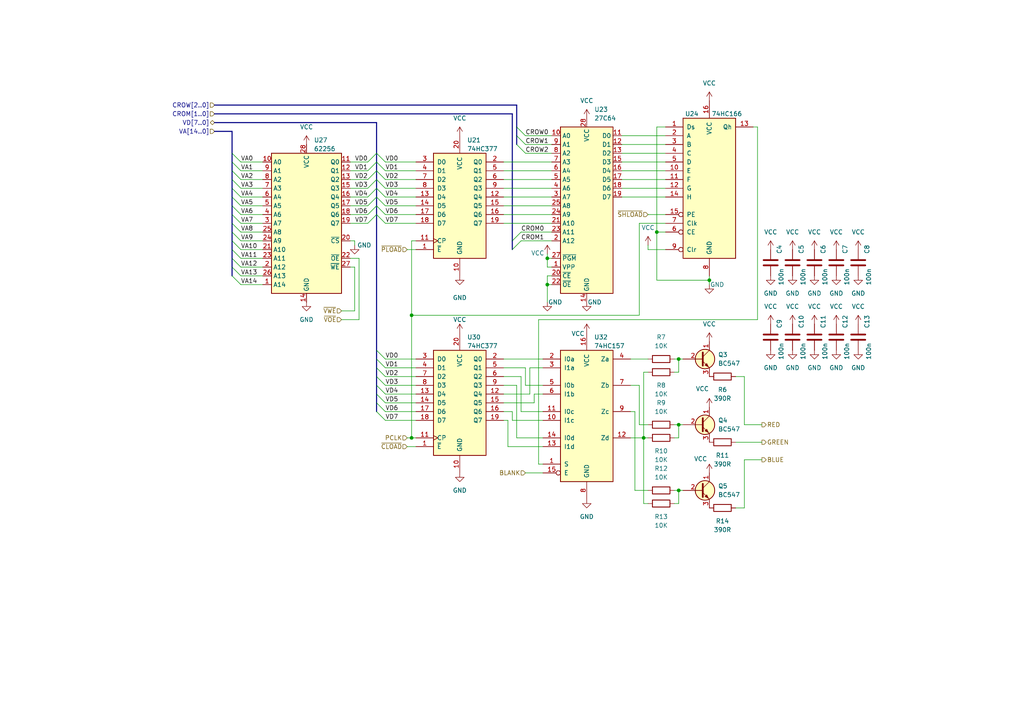
<source format=kicad_sch>
(kicad_sch (version 20250114) (generator "eeschema") (generator_version "9.0")
  (paper "A4")
  (title_block (title "VGA datapath") (date "2025-06-18") (rev "B") (company "A.K."))
  (lib_symbols
    (symbol "74xx:74LS157" (pin_names (offset 1.016))
      (property "Reference" "U" (at -7.62 19.05 0))
      (property "Value" "74LS157" (at -7.62 -21.59 0))
      (symbol "74LS157_1_0"
        (pin input line (at -12.7 15.24 0) (length 5.08) (name "I0a") (number "2"))
        (pin input line (at -12.7 12.7 0) (length 5.08) (name "I1a") (number "3"))
        (pin input line (at -12.7 7.62 0) (length 5.08) (name "I0b") (number "5"))
        (pin input line (at -12.7 5.08 0) (length 5.08) (name "I1b") (number "6"))
        (pin input line (at -12.7 0 0) (length 5.08) (name "I0c") (number "11"))
        (pin input line (at -12.7 -2.54 0) (length 5.08) (name "I1c") (number "10"))
        (pin input line (at -12.7 -7.62 0) (length 5.08) (name "I0d") (number "14"))
        (pin input line (at -12.7 -10.16 0) (length 5.08) (name "I1d") (number "13"))
        (pin input line (at -12.7 -15.24 0) (length 5.08) (name "S") (number "1"))
        (pin input inverted (at -12.7 -17.78 0) (length 5.08) (name "E") (number "15"))
        (pin power_in line (at 0 22.86 270) (length 5.08) (name "VCC") (number "16"))
        (pin power_in line (at 0 -25.4 90) (length 5.08) (name "GND") (number "8"))
        (pin output line (at 12.7 15.24 180) (length 5.08) (name "Za") (number "4"))
        (pin output line (at 12.7 7.62 180) (length 5.08) (name "Zb") (number "7"))
        (pin output line (at 12.7 0 180) (length 5.08) (name "Zc") (number "9"))
        (pin output line (at 12.7 -7.62 180) (length 5.08) (name "Zd") (number "12"))
      )
      (symbol "74LS157_1_1"
        (rectangle (start -7.62 17.78) (end 7.62 -20.32) (stroke (width 0.254)) (fill (type background)))
      )
    )
    (symbol "74xx:74LS166" (pin_names (offset 1.016))
      (property "Reference" "U" (at -7.62 21.59 0))
      (property "Value" "74LS166" (at -7.62 -21.59 0))
      (symbol "74LS166_1_0"
        (pin input line (at -12.7 17.78 0) (length 5.08) (name "Ds") (number "1"))
        (pin input line (at -12.7 15.24 0) (length 5.08) (name "A") (number "2"))
        (pin input line (at -12.7 12.7 0) (length 5.08) (name "B") (number "3"))
        (pin input line (at -12.7 10.16 0) (length 5.08) (name "C") (number "4"))
        (pin input line (at -12.7 7.62 0) (length 5.08) (name "D") (number "5"))
        (pin input line (at -12.7 5.08 0) (length 5.08) (name "E") (number "10"))
        (pin input line (at -12.7 2.54 0) (length 5.08) (name "F") (number "11"))
        (pin input line (at -12.7 0 0) (length 5.08) (name "G") (number "12"))
        (pin input line (at -12.7 -2.54 0) (length 5.08) (name "H") (number "14"))
        (pin input inverted (at -12.7 -7.62 0) (length 5.08) (name "PE") (number "15"))
        (pin input line (at -12.7 -10.16 0) (length 5.08) (name "Clk") (number "7"))
        (pin input inverted (at -12.7 -12.7 0) (length 5.08) (name "CE") (number "6"))
        (pin input inverted (at -12.7 -17.78 0) (length 5.08) (name "Clr") (number "9"))
        (pin power_in line (at 0 25.4 270) (length 5.08) (name "VCC") (number "16"))
        (pin power_in line (at 0 -25.4 90) (length 5.08) (name "GND") (number "8"))
        (pin output line (at 12.7 17.78 180) (length 5.08) (name "Qh") (number "13"))
      )
      (symbol "74LS166_1_1"
        (rectangle (start -7.62 20.32) (end 7.62 -20.32) (stroke (width 0.254)) (fill (type background)))
      )
    )
    (symbol "74xx:74LS377" (pin_names (offset 1.016))
      (property "Reference" "U" (at -7.62 16.51 0))
      (property "Value" "74LS377" (at -7.62 -16.51 0))
      (symbol "74LS377_1_0"
        (pin input line (at -12.7 12.7 0) (length 5.08) (name "D0") (number "3"))
        (pin input line (at -12.7 10.16 0) (length 5.08) (name "D1") (number "4"))
        (pin input line (at -12.7 7.62 0) (length 5.08) (name "D2") (number "7"))
        (pin input line (at -12.7 5.08 0) (length 5.08) (name "D3") (number "8"))
        (pin input line (at -12.7 2.54 0) (length 5.08) (name "D4") (number "13"))
        (pin input line (at -12.7 0 0) (length 5.08) (name "D5") (number "14"))
        (pin input line (at -12.7 -2.54 0) (length 5.08) (name "D6") (number "17"))
        (pin input line (at -12.7 -5.08 0) (length 5.08) (name "D7") (number "18"))
        (pin input clock (at -12.7 -10.16 0) (length 5.08) (name "CP") (number "11"))
        (pin input line (at -12.7 -12.7 0) (length 5.08) (name "~{E}") (number "1"))
        (pin power_in line (at 0 20.32 270) (length 5.08) (name "VCC") (number "20"))
        (pin power_in line (at 0 -20.32 90) (length 5.08) (name "GND") (number "10"))
        (pin output line (at 12.7 12.7 180) (length 5.08) (name "Q0") (number "2"))
        (pin output line (at 12.7 10.16 180) (length 5.08) (name "Q1") (number "5"))
        (pin output line (at 12.7 7.62 180) (length 5.08) (name "Q2") (number "6"))
        (pin output line (at 12.7 5.08 180) (length 5.08) (name "Q3") (number "9"))
        (pin output line (at 12.7 2.54 180) (length 5.08) (name "Q4") (number "12"))
        (pin output line (at 12.7 0 180) (length 5.08) (name "Q5") (number "15"))
        (pin output line (at 12.7 -2.54 180) (length 5.08) (name "Q6") (number "16"))
        (pin output line (at 12.7 -5.08 180) (length 5.08) (name "Q7") (number "19"))
      )
      (symbol "74LS377_1_1"
        (rectangle (start -7.62 15.24) (end 7.62 -15.24) (stroke (width 0.254)) (fill (type background)))
      )
    )
    (symbol "Device:C" (pin_numbers (hide yes)) (pin_names (offset 0.254))
      (property "Reference" "C" (at 0.635 2.54 0))
      (property "Value" "C" (at 0.635 -2.54 0))
      (symbol "C_0_1"
        (polyline (pts (xy -2.032 0.762) (xy 2.032 0.762)) (stroke (width 0.508)))
        (polyline (pts (xy -2.032 -0.762) (xy 2.032 -0.762)) (stroke (width 0.508)))
      )
      (symbol "C_1_1"
        (pin passive line (at 0 3.81 270) (length 2.794) (name "~") (number "1"))
        (pin passive line (at 0 -3.81 90) (length 2.794) (name "~") (number "2"))
      )
    )
    (symbol "Device:R" (pin_numbers (hide yes)) (pin_names (offset 0))
      (property "Reference" "R" (at 2.032 0 90))
      (property "Value" "R" (at 0 0 90))
      (symbol "R_0_1"
        (rectangle (start -1.016 -2.54) (end 1.016 2.54) (stroke (width 0.254)))
      )
      (symbol "R_1_1"
        (pin passive line (at 0 3.81 270) (length 1.27) (name "~") (number "1"))
        (pin passive line (at 0 -3.81 90) (length 1.27) (name "~") (number "2"))
      )
    )
    (symbol "Memory_EPROM:2764"
      (property "Reference" "U" (at -7.62 24.13 0))
      (property "Value" "2764" (at 2.54 -26.67 0))
      (symbol "2764_1_1"
        (rectangle (start -7.62 22.86) (end 7.62 -25.4) (stroke (width 0.254)) (fill (type background)))
        (pin input line (at -10.16 20.32 0) (length 2.54) (name "A0") (number "10"))
        (pin input line (at -10.16 17.78 0) (length 2.54) (name "A1") (number "9"))
        (pin input line (at -10.16 15.24 0) (length 2.54) (name "A2") (number "8"))
        (pin input line (at -10.16 12.7 0) (length 2.54) (name "A3") (number "7"))
        (pin input line (at -10.16 10.16 0) (length 2.54) (name "A4") (number "6"))
        (pin input line (at -10.16 7.62 0) (length 2.54) (name "A5") (number "5"))
        (pin input line (at -10.16 5.08 0) (length 2.54) (name "A6") (number "4"))
        (pin input line (at -10.16 2.54 0) (length 2.54) (name "A7") (number "3"))
        (pin input line (at -10.16 0 0) (length 2.54) (name "A8") (number "25"))
        (pin input line (at -10.16 -2.54 0) (length 2.54) (name "A9") (number "24"))
        (pin input line (at -10.16 -5.08 0) (length 2.54) (name "A10") (number "21"))
        (pin input line (at -10.16 -7.62 0) (length 2.54) (name "A11") (number "23"))
        (pin input line (at -10.16 -10.16 0) (length 2.54) (name "A12") (number "2"))
        (pin input line (at -10.16 -15.24 0) (length 2.54) (name "~{PGM}") (number "27"))
        (pin input line (at -10.16 -17.78 0) (length 2.54) (name "VPP") (number "1"))
        (pin input line (at -10.16 -20.32 0) (length 2.54) (name "~{CE}") (number "20"))
        (pin input line (at -10.16 -22.86 0) (length 2.54) (name "~{OE}") (number "22"))
        (pin power_in line (at 0 25.4 270) (length 2.54) (name "VCC") (number "28"))
        (pin power_in line (at 0 -27.94 90) (length 2.54) (name "GND") (number "14"))
        (pin no_connect line (at 7.62 0 180) (length 2.54) (hide yes) (name "NC") (number "26"))
        (pin tri_state line (at 10.16 20.32 180) (length 2.54) (name "D0") (number "11"))
        (pin tri_state line (at 10.16 17.78 180) (length 2.54) (name "D1") (number "12"))
        (pin tri_state line (at 10.16 15.24 180) (length 2.54) (name "D2") (number "13"))
        (pin tri_state line (at 10.16 12.7 180) (length 2.54) (name "D3") (number "15"))
        (pin tri_state line (at 10.16 10.16 180) (length 2.54) (name "D4") (number "16"))
        (pin tri_state line (at 10.16 7.62 180) (length 2.54) (name "D5") (number "17"))
        (pin tri_state line (at 10.16 5.08 180) (length 2.54) (name "D6") (number "18"))
        (pin tri_state line (at 10.16 2.54 180) (length 2.54) (name "D7") (number "19"))
      )
    )
    (symbol "Memory_RAM:HM62256BLP"
      (property "Reference" "U" (at -10.16 20.955 0))
      (property "Value" "HM62256BLP" (at 2.54 20.955 0))
      (symbol "HM62256BLP_0_0"
        (pin power_in line (at 0 22.86 270) (length 2.54) (name "VCC") (number "28"))
        (pin power_in line (at 0 -22.86 90) (length 2.54) (name "GND") (number "14"))
      )
      (symbol "HM62256BLP_0_1"
        (rectangle (start -10.16 20.32) (end 10.16 -20.32) (stroke (width 0.254)) (fill (type background)))
      )
      (symbol "HM62256BLP_1_1"
        (pin input line (at -12.7 17.78 0) (length 2.54) (name "A0") (number "10"))
        (pin input line (at -12.7 15.24 0) (length 2.54) (name "A1") (number "9"))
        (pin input line (at -12.7 12.7 0) (length 2.54) (name "A2") (number "8"))
        (pin input line (at -12.7 10.16 0) (length 2.54) (name "A3") (number "7"))
        (pin input line (at -12.7 7.62 0) (length 2.54) (name "A4") (number "6"))
        (pin input line (at -12.7 5.08 0) (length 2.54) (name "A5") (number "5"))
        (pin input line (at -12.7 2.54 0) (length 2.54) (name "A6") (number "4"))
        (pin input line (at -12.7 0 0) (length 2.54) (name "A7") (number "3"))
        (pin input line (at -12.7 -2.54 0) (length 2.54) (name "A8") (number "25"))
        (pin input line (at -12.7 -5.08 0) (length 2.54) (name "A9") (number "24"))
        (pin input line (at -12.7 -7.62 0) (length 2.54) (name "A10") (number "21"))
        (pin input line (at -12.7 -10.16 0) (length 2.54) (name "A11") (number "23"))
        (pin input line (at -12.7 -12.7 0) (length 2.54) (name "A12") (number "2"))
        (pin input line (at -12.7 -15.24 0) (length 2.54) (name "A13") (number "26"))
        (pin input line (at -12.7 -17.78 0) (length 2.54) (name "A14") (number "1"))
        (pin tri_state line (at 12.7 17.78 180) (length 2.54) (name "Q0") (number "11"))
        (pin tri_state line (at 12.7 15.24 180) (length 2.54) (name "Q1") (number "12"))
        (pin tri_state line (at 12.7 12.7 180) (length 2.54) (name "Q2") (number "13"))
        (pin tri_state line (at 12.7 10.16 180) (length 2.54) (name "Q3") (number "15"))
        (pin tri_state line (at 12.7 7.62 180) (length 2.54) (name "Q4") (number "16"))
        (pin tri_state line (at 12.7 5.08 180) (length 2.54) (name "Q5") (number "17"))
        (pin tri_state line (at 12.7 2.54 180) (length 2.54) (name "Q6") (number "18"))
        (pin tri_state line (at 12.7 0 180) (length 2.54) (name "Q7") (number "19"))
        (pin input line (at 12.7 -5.08 180) (length 2.54) (name "~{CS}") (number "20"))
        (pin input line (at 12.7 -10.16 180) (length 2.54) (name "~{OE}") (number "22"))
        (pin input line (at 12.7 -12.7 180) (length 2.54) (name "~{WE}") (number "27"))
      )
    )
    (symbol "PCM_Transistor_BJT_AKL:BC547" (pin_names (hide yes))
      (property "Reference" "Q" (at 5.08 1.27 0))
      (property "Value" "BC547" (at 5.08 -1.27 0))
      (symbol "BC547_0_1"
        (polyline (pts (xy 0.635 1.905) (xy 0.635 -1.905) (xy 0.635 -1.905)) (stroke (width 0.508)))
        (polyline (pts (xy 0.635 0.635) (xy 2.54 2.54)))
        (polyline (pts (xy 0.635 -0.635) (xy 2.54 -2.54) (xy 2.54 -2.54)))
        (circle (center 1.27 0) (radius 2.8194) (stroke (width 0.254)) (fill (type background)))
        (polyline (pts (xy 1.27 -1.778) (xy 1.778 -1.27) (xy 2.286 -2.286) (xy 1.27 -1.778) (xy 1.27 -1.778)) (fill (type outline)))
      )
      (symbol "BC547_1_1"
        (pin input line (at -5.08 0 0) (length 5.715) (name "B") (number "2"))
        (pin passive line (at 2.54 5.08 270) (length 2.54) (name "C") (number "1"))
        (pin passive line (at 2.54 -5.08 90) (length 2.54) (name "E") (number "3"))
      )
    )
    (symbol "power:GND" (power) (pin_names (offset 0))
      (property "Value" "GND" (at 0 -3.81 0))
      (symbol "GND_0_1"
        (polyline (pts (xy 0 0) (xy 0 -1.27) (xy 1.27 -1.27) (xy 0 -2.54) (xy -1.27 -1.27) (xy 0 -1.27)))
      )
      (symbol "GND_1_1"
        (pin power_in line (at 0 0 270) (length 0) (hide yes) (name "GND") (number "1"))
      )
    )
    (symbol "power:VCC" (power) (pin_names (offset 0))
      (property "Value" "VCC" (at 0 3.81 0))
      (symbol "VCC_0_1"
        (polyline (pts (xy -0.762 1.27) (xy 0 2.54)))
        (polyline (pts (xy 0 2.54) (xy 0.762 1.27)))
        (polyline (pts (xy 0 0) (xy 0 2.54)))
      )
      (symbol "VCC_1_1"
        (pin power_in line (at 0 0 90) (length 0) (hide yes) (name "VCC") (number "1"))
      )
    )
  )
  (junction (at 119.38 91.44))
  (junction (at 119.38 127))
  (junction (at 158.75 82.55))
  (junction (at 196.85 142.24))
  (junction (at 186.69 127))
  (junction (at 196.85 123.19))
  (junction (at 196.85 104.14))
  (junction (at 158.75 74.93))
  (junction (at 205.74 81.28))
  (junction (at 190.5 67.31))
  (bus_entry (at 67.31 44.45) (size 2.54 2.54))
  (bus_entry (at 109.22 44.45) (size -2.54 2.54))
  (bus_entry (at 109.22 57.15) (size 2.54 2.54))
  (bus_entry (at 67.31 72.39) (size 2.54 2.54))
  (bus_entry (at 109.22 62.23) (size 2.54 2.54))
  (bus_entry (at 67.31 46.99) (size 2.54 2.54))
  (bus_entry (at 109.22 44.45) (size 2.54 2.54))
  (bus_entry (at 109.22 114.3) (size 2.54 2.54))
  (bus_entry (at 109.22 119.38) (size 2.54 2.54))
  (bus_entry (at 109.22 52.07) (size 2.54 2.54))
  (bus_entry (at 148.59 72.39) (size 2.54 -2.54))
  (bus_entry (at 67.31 77.47) (size 2.54 2.54))
  (bus_entry (at 149.86 39.37) (size 2.54 2.54))
  (bus_entry (at 109.22 49.53) (size 2.54 2.54))
  (bus_entry (at 109.22 116.84) (size 2.54 2.54))
  (bus_entry (at 148.59 69.85) (size 2.54 -2.54))
  (bus_entry (at 67.31 74.93) (size 2.54 2.54))
  (bus_entry (at 109.22 106.68) (size 2.54 2.54))
  (bus_entry (at 109.22 46.99) (size -2.54 2.54))
  (bus_entry (at 109.22 59.69) (size 2.54 2.54))
  (bus_entry (at 67.31 80.01) (size 2.54 2.54))
  (bus_entry (at 149.86 41.91) (size 2.54 2.54))
  (bus_entry (at 67.31 57.15) (size 2.54 2.54))
  (bus_entry (at 67.31 49.53) (size 2.54 2.54))
  (bus_entry (at 109.22 54.61) (size 2.54 2.54))
  (bus_entry (at 67.31 52.07) (size 2.54 2.54))
  (bus_entry (at 109.22 57.15) (size -2.54 2.54))
  (bus_entry (at 109.22 54.61) (size -2.54 2.54))
  (bus_entry (at 149.86 36.83) (size 2.54 2.54))
  (bus_entry (at 109.22 46.99) (size 2.54 2.54))
  (bus_entry (at 67.31 54.61) (size 2.54 2.54))
  (bus_entry (at 109.22 101.6) (size 2.54 2.54))
  (bus_entry (at 109.22 52.07) (size -2.54 2.54))
  (bus_entry (at 109.22 109.22) (size 2.54 2.54))
  (bus_entry (at 109.22 62.23) (size -2.54 2.54))
  (bus_entry (at 67.31 67.31) (size 2.54 2.54))
  (bus_entry (at 67.31 59.69) (size 2.54 2.54))
  (bus_entry (at 67.31 62.23) (size 2.54 2.54))
  (bus_entry (at 109.22 49.53) (size -2.54 2.54))
  (bus_entry (at 109.22 111.76) (size 2.54 2.54))
  (bus_entry (at 67.31 69.85) (size 2.54 2.54))
  (bus_entry (at 109.22 59.69) (size -2.54 2.54))
  (bus_entry (at 67.31 64.77) (size 2.54 2.54))
  (bus_entry (at 109.22 104.14) (size 2.54 2.54))
  (wire (pts (xy 195.58 142.24) (xy 196.85 142.24)))
  (wire (pts (xy 69.85 62.23) (xy 76.2 62.23)))
  (wire (pts (xy 102.87 90.17) (xy 102.87 77.47)))
  (wire (pts (xy 180.34 49.53) (xy 193.04 49.53)))
  (bus (pts (xy 109.22 46.99) (xy 109.22 49.53)))
  (wire (pts (xy 180.34 46.99) (xy 193.04 46.99)))
  (wire (pts (xy 180.34 52.07) (xy 193.04 52.07)))
  (wire (pts (xy 180.34 44.45) (xy 193.04 44.45)))
  (wire (pts (xy 156.21 92.71) (xy 156.21 134.62)))
  (wire (pts (xy 152.4 44.45) (xy 160.02 44.45)))
  (bus (pts (xy 67.31 69.85) (xy 67.31 72.39)))
  (bus (pts (xy 67.31 57.15) (xy 67.31 59.69)))
  (wire (pts (xy 69.85 52.07) (xy 76.2 52.07)))
  (wire (pts (xy 69.85 54.61) (xy 76.2 54.61)))
  (bus (pts (xy 109.22 116.84) (xy 109.22 119.38)))
  (bus (pts (xy 67.31 49.53) (xy 67.31 52.07)))
  (wire (pts (xy 119.38 127) (xy 120.65 127)))
  (wire (pts (xy 148.59 119.38) (xy 148.59 121.92)))
  (wire (pts (xy 215.9 123.19) (xy 220.98 123.19)))
  (wire (pts (xy 152.4 106.68) (xy 152.4 111.76)))
  (bus (pts (xy 67.31 67.31) (xy 67.31 69.85)))
  (bus (pts (xy 109.22 59.69) (xy 109.22 62.23)))
  (wire (pts (xy 146.05 121.92) (xy 147.32 121.92)))
  (wire (pts (xy 187.96 72.39) (xy 187.96 71.12)))
  (wire (pts (xy 120.65 59.69) (xy 111.76 59.69)))
  (bus (pts (xy 67.31 77.47) (xy 67.31 80.01)))
  (bus (pts (xy 148.59 33.02) (xy 148.59 69.85)))
  (wire (pts (xy 146.05 54.61) (xy 160.02 54.61)))
  (wire (pts (xy 118.11 127) (xy 119.38 127)))
  (wire (pts (xy 196.85 142.24) (xy 198.12 142.24)))
  (wire (pts (xy 196.85 127) (xy 196.85 123.19)))
  (bus (pts (xy 67.31 74.93) (xy 67.31 77.47)))
  (wire (pts (xy 196.85 104.14) (xy 198.12 104.14)))
  (wire (pts (xy 69.85 80.01) (xy 76.2 80.01)))
  (wire (pts (xy 118.11 129.54) (xy 120.65 129.54)))
  (wire (pts (xy 184.15 142.24) (xy 187.96 142.24)))
  (wire (pts (xy 187.96 62.23) (xy 193.04 62.23)))
  (wire (pts (xy 147.32 129.54) (xy 157.48 129.54)))
  (wire (pts (xy 146.05 106.68) (xy 152.4 106.68)))
  (wire (pts (xy 69.85 74.93) (xy 76.2 74.93)))
  (wire (pts (xy 153.67 106.68) (xy 157.48 106.68)))
  (wire (pts (xy 215.9 133.35) (xy 220.98 133.35)))
  (wire (pts (xy 219.71 36.83) (xy 219.71 92.71)))
  (wire (pts (xy 69.85 46.99) (xy 76.2 46.99)))
  (wire (pts (xy 158.75 82.55) (xy 158.75 80.01)))
  (bus (pts (xy 62.23 35.56) (xy 109.22 35.56)))
  (wire (pts (xy 101.6 64.77) (xy 106.68 64.77)))
  (bus (pts (xy 148.59 69.85) (xy 148.59 72.39)))
  (wire (pts (xy 186.69 127) (xy 186.69 107.95)))
  (wire (pts (xy 149.86 111.76) (xy 149.86 127)))
  (wire (pts (xy 190.5 67.31) (xy 193.04 67.31)))
  (wire (pts (xy 120.65 109.22) (xy 111.76 109.22)))
  (wire (pts (xy 158.75 73.66) (xy 158.75 74.93)))
  (wire (pts (xy 69.85 82.55) (xy 76.2 82.55)))
  (wire (pts (xy 101.6 52.07) (xy 106.68 52.07)))
  (wire (pts (xy 160.02 77.47) (xy 158.75 77.47)))
  (bus (pts (xy 67.31 54.61) (xy 67.31 57.15)))
  (wire (pts (xy 205.74 81.28) (xy 190.5 81.28)))
  (wire (pts (xy 219.71 92.71) (xy 156.21 92.71)))
  (wire (pts (xy 69.85 57.15) (xy 76.2 57.15)))
  (wire (pts (xy 182.88 119.38) (xy 184.15 119.38)))
  (wire (pts (xy 213.36 147.32) (xy 215.9 147.32)))
  (bus (pts (xy 67.31 64.77) (xy 67.31 67.31)))
  (wire (pts (xy 152.4 137.16) (xy 157.48 137.16)))
  (bus (pts (xy 109.22 104.14) (xy 109.22 106.68)))
  (wire (pts (xy 119.38 91.44) (xy 119.38 127)))
  (wire (pts (xy 215.9 109.22) (xy 213.36 109.22)))
  (wire (pts (xy 69.85 67.31) (xy 76.2 67.31)))
  (wire (pts (xy 69.85 72.39) (xy 76.2 72.39)))
  (bus (pts (xy 109.22 52.07) (xy 109.22 54.61)))
  (wire (pts (xy 185.42 64.77) (xy 185.42 91.44)))
  (wire (pts (xy 205.74 80.01) (xy 205.74 81.28)))
  (wire (pts (xy 69.85 64.77) (xy 76.2 64.77)))
  (bus (pts (xy 149.86 36.83) (xy 149.86 39.37)))
  (wire (pts (xy 69.85 77.47) (xy 76.2 77.47)))
  (bus (pts (xy 109.22 35.56) (xy 109.22 44.45)))
  (wire (pts (xy 152.4 111.76) (xy 157.48 111.76)))
  (wire (pts (xy 120.65 114.3) (xy 111.76 114.3)))
  (wire (pts (xy 190.5 36.83) (xy 193.04 36.83)))
  (bus (pts (xy 109.22 54.61) (xy 109.22 57.15)))
  (wire (pts (xy 104.14 74.93) (xy 104.14 92.71)))
  (wire (pts (xy 193.04 72.39) (xy 187.96 72.39)))
  (wire (pts (xy 102.87 77.47) (xy 101.6 77.47)))
  (wire (pts (xy 182.88 111.76) (xy 185.42 111.76)))
  (wire (pts (xy 186.69 107.95) (xy 187.96 107.95)))
  (bus (pts (xy 67.31 59.69) (xy 67.31 62.23)))
  (wire (pts (xy 69.85 69.85) (xy 76.2 69.85)))
  (wire (pts (xy 151.13 109.22) (xy 151.13 119.38)))
  (bus (pts (xy 109.22 49.53) (xy 109.22 52.07)))
  (wire (pts (xy 146.05 104.14) (xy 157.48 104.14)))
  (wire (pts (xy 180.34 57.15) (xy 193.04 57.15)))
  (wire (pts (xy 156.21 134.62) (xy 157.48 134.62)))
  (wire (pts (xy 120.65 52.07) (xy 111.76 52.07)))
  (wire (pts (xy 101.6 74.93) (xy 104.14 74.93)))
  (wire (pts (xy 104.14 92.71) (xy 99.06 92.71)))
  (bus (pts (xy 109.22 114.3) (xy 109.22 116.84)))
  (wire (pts (xy 195.58 146.05) (xy 196.85 146.05)))
  (wire (pts (xy 184.15 119.38) (xy 184.15 142.24)))
  (wire (pts (xy 158.75 74.93) (xy 160.02 74.93)))
  (bus (pts (xy 109.22 44.45) (xy 109.22 46.99)))
  (wire (pts (xy 99.06 90.17) (xy 102.87 90.17)))
  (wire (pts (xy 187.96 146.05) (xy 186.69 146.05)))
  (wire (pts (xy 101.6 46.99) (xy 106.68 46.99)))
  (wire (pts (xy 196.85 107.95) (xy 196.85 104.14)))
  (bus (pts (xy 109.22 101.6) (xy 109.22 104.14)))
  (wire (pts (xy 120.65 104.14) (xy 111.76 104.14)))
  (wire (pts (xy 146.05 52.07) (xy 160.02 52.07)))
  (wire (pts (xy 119.38 69.85) (xy 119.38 91.44)))
  (wire (pts (xy 186.69 146.05) (xy 186.69 127)))
  (wire (pts (xy 158.75 82.55) (xy 160.02 82.55)))
  (wire (pts (xy 218.44 36.83) (xy 219.71 36.83)))
  (bus (pts (xy 109.22 62.23) (xy 109.22 101.6)))
  (wire (pts (xy 69.85 49.53) (xy 76.2 49.53)))
  (wire (pts (xy 182.88 127) (xy 186.69 127)))
  (wire (pts (xy 180.34 54.61) (xy 193.04 54.61)))
  (wire (pts (xy 119.38 69.85) (xy 120.65 69.85)))
  (wire (pts (xy 146.05 59.69) (xy 160.02 59.69)))
  (wire (pts (xy 102.87 71.12) (xy 102.87 69.85)))
  (wire (pts (xy 120.65 64.77) (xy 111.76 64.77)))
  (wire (pts (xy 154.94 116.84) (xy 154.94 114.3)))
  (bus (pts (xy 67.31 38.1) (xy 67.31 44.45)))
  (bus (pts (xy 109.22 106.68) (xy 109.22 109.22)))
  (wire (pts (xy 196.85 146.05) (xy 196.85 142.24)))
  (wire (pts (xy 180.34 39.37) (xy 193.04 39.37)))
  (wire (pts (xy 215.9 123.19) (xy 215.9 109.22)))
  (wire (pts (xy 120.65 46.99) (xy 111.76 46.99)))
  (wire (pts (xy 146.05 119.38) (xy 148.59 119.38)))
  (wire (pts (xy 146.05 114.3) (xy 153.67 114.3)))
  (wire (pts (xy 205.74 81.28) (xy 205.74 82.55)))
  (wire (pts (xy 195.58 104.14) (xy 196.85 104.14)))
  (bus (pts (xy 67.31 72.39) (xy 67.31 74.93)))
  (wire (pts (xy 151.13 119.38) (xy 157.48 119.38)))
  (bus (pts (xy 109.22 111.76) (xy 109.22 114.3)))
  (wire (pts (xy 158.75 87.63) (xy 158.75 82.55)))
  (wire (pts (xy 101.6 62.23) (xy 106.68 62.23)))
  (wire (pts (xy 120.65 62.23) (xy 111.76 62.23)))
  (wire (pts (xy 190.5 67.31) (xy 190.5 36.83)))
  (wire (pts (xy 101.6 57.15) (xy 106.68 57.15)))
  (wire (pts (xy 186.69 127) (xy 187.96 127)))
  (wire (pts (xy 147.32 121.92) (xy 147.32 129.54)))
  (wire (pts (xy 182.88 104.14) (xy 187.96 104.14)))
  (wire (pts (xy 158.75 77.47) (xy 158.75 74.93)))
  (wire (pts (xy 120.65 57.15) (xy 111.76 57.15)))
  (wire (pts (xy 149.86 127) (xy 157.48 127)))
  (wire (pts (xy 120.65 106.68) (xy 111.76 106.68)))
  (wire (pts (xy 151.13 67.31) (xy 160.02 67.31)))
  (wire (pts (xy 185.42 111.76) (xy 185.42 123.19)))
  (wire (pts (xy 152.4 39.37) (xy 160.02 39.37)))
  (wire (pts (xy 146.05 57.15) (xy 160.02 57.15)))
  (wire (pts (xy 146.05 62.23) (xy 160.02 62.23)))
  (wire (pts (xy 120.65 119.38) (xy 111.76 119.38)))
  (wire (pts (xy 101.6 49.53) (xy 106.68 49.53)))
  (wire (pts (xy 120.65 49.53) (xy 111.76 49.53)))
  (wire (pts (xy 120.65 121.92) (xy 111.76 121.92)))
  (bus (pts (xy 62.23 38.1) (xy 67.31 38.1)))
  (wire (pts (xy 152.4 41.91) (xy 160.02 41.91)))
  (wire (pts (xy 196.85 123.19) (xy 198.12 123.19)))
  (wire (pts (xy 215.9 147.32) (xy 215.9 133.35)))
  (bus (pts (xy 149.86 39.37) (xy 149.86 41.91)))
  (wire (pts (xy 195.58 107.95) (xy 196.85 107.95)))
  (wire (pts (xy 146.05 46.99) (xy 160.02 46.99)))
  (wire (pts (xy 148.59 121.92) (xy 157.48 121.92)))
  (wire (pts (xy 153.67 114.3) (xy 153.67 106.68)))
  (bus (pts (xy 109.22 109.22) (xy 109.22 111.76)))
  (wire (pts (xy 213.36 128.27) (xy 220.98 128.27)))
  (wire (pts (xy 154.94 114.3) (xy 157.48 114.3)))
  (bus (pts (xy 67.31 62.23) (xy 67.31 64.77)))
  (bus (pts (xy 62.23 30.48) (xy 149.86 30.48)))
  (wire (pts (xy 146.05 64.77) (xy 160.02 64.77)))
  (bus (pts (xy 62.23 33.02) (xy 148.59 33.02)))
  (wire (pts (xy 119.38 91.44) (xy 185.42 91.44)))
  (wire (pts (xy 195.58 123.19) (xy 196.85 123.19)))
  (wire (pts (xy 146.05 109.22) (xy 151.13 109.22)))
  (wire (pts (xy 190.5 81.28) (xy 190.5 67.31)))
  (bus (pts (xy 67.31 44.45) (xy 67.31 46.99)))
  (wire (pts (xy 180.34 41.91) (xy 193.04 41.91)))
  (wire (pts (xy 69.85 59.69) (xy 76.2 59.69)))
  (wire (pts (xy 146.05 116.84) (xy 154.94 116.84)))
  (wire (pts (xy 185.42 64.77) (xy 193.04 64.77)))
  (wire (pts (xy 102.87 69.85) (xy 101.6 69.85)))
  (wire (pts (xy 120.65 111.76) (xy 111.76 111.76)))
  (wire (pts (xy 146.05 111.76) (xy 149.86 111.76)))
  (wire (pts (xy 101.6 59.69) (xy 106.68 59.69)))
  (wire (pts (xy 151.13 69.85) (xy 160.02 69.85)))
  (bus (pts (xy 67.31 52.07) (xy 67.31 54.61)))
  (wire (pts (xy 120.65 116.84) (xy 111.76 116.84)))
  (bus (pts (xy 149.86 30.48) (xy 149.86 36.83)))
  (wire (pts (xy 118.11 72.39) (xy 120.65 72.39)))
  (bus (pts (xy 109.22 57.15) (xy 109.22 59.69)))
  (wire (pts (xy 185.42 123.19) (xy 187.96 123.19)))
  (wire (pts (xy 120.65 54.61) (xy 111.76 54.61)))
  (wire (pts (xy 158.75 80.01) (xy 160.02 80.01)))
  (wire (pts (xy 101.6 54.61) (xy 106.68 54.61)))
  (bus (pts (xy 67.31 46.99) (xy 67.31 49.53)))
  (wire (pts (xy 146.05 49.53) (xy 160.02 49.53)))
  (wire (pts (xy 195.58 127) (xy 196.85 127)))
  (label "VD3" (at 111.76 54.61 0))
  (label "VD3" (at 106.68 54.61 180))
  (label "VD6" (at 111.76 119.38 0))
  (label "CROW2" (at 152.4 44.45 0))
  (label "CROW0" (at 152.4 39.37 0))
  (label "VA12" (at 69.85 77.47 0))
  (label "VD7" (at 111.76 121.92 0))
  (label "VA0" (at 69.85 46.99 0))
  (label "VA9" (at 69.85 69.85 0))
  (label "VD5" (at 111.76 59.69 0))
  (label "VD2" (at 111.76 109.22 0))
  (label "VA1" (at 69.85 49.53 0))
  (label "VA5" (at 69.85 59.69 0))
  (label "VD7" (at 111.76 64.77 0))
  (label "VA6" (at 69.85 62.23 0))
  (label "VD0" (at 111.76 104.14 0))
  (label "VD4" (at 111.76 114.3 0))
  (label "VD1" (at 106.68 49.53 180))
  (label "VD3" (at 111.76 111.76 0))
  (label "VD5" (at 111.76 116.84 0))
  (label "VD2" (at 106.68 52.07 180))
  (label "VD0" (at 111.76 46.99 0))
  (label "VA10" (at 69.85 72.39 0))
  (label "VD1" (at 111.76 106.68 0))
  (label "VA3" (at 69.85 54.61 0))
  (label "VD6" (at 111.76 62.23 0))
  (label "CROM0" (at 151.13 67.31 0))
  (label "CROM1" (at 151.13 69.85 0))
  (label "VA8" (at 69.85 67.31 0))
  (label "VD7" (at 106.68 64.77 180))
  (label "CROW1" (at 152.4 41.91 0))
  (label "VA4" (at 69.85 57.15 0))
  (label "VA14" (at 69.85 82.55 0))
  (label "VA13" (at 69.85 80.01 0))
  (label "VD4" (at 111.76 57.15 0))
  (label "VA11" (at 69.85 74.93 0))
  (label "VD0" (at 106.68 46.99 180))
  (label "VD2" (at 111.76 52.07 0))
  (label "VD5" (at 106.68 59.69 180))
  (label "VD4" (at 106.68 57.15 180))
  (label "VA7" (at 69.85 64.77 0))
  (label "VA2" (at 69.85 52.07 0))
  (label "VD6" (at 106.68 62.23 180))
  (label "VD1" (at 111.76 49.53 0))
  (hierarchical_label "PCLK" (shape input) (at 118.11 127 180))
  (hierarchical_label "RED" (shape output) (at 220.98 123.19 0))
  (hierarchical_label "CROW[2..0]" (shape input) (at 62.23 30.48 180))
  (hierarchical_label "~{SHLOAD}" (shape input) (at 187.96 62.23 180))
  (hierarchical_label "VD[7..0]" (shape bidirectional) (at 62.23 35.56 180))
  (hierarchical_label "VA[14..0]" (shape input) (at 62.23 38.1 180))
  (hierarchical_label "~{CLOAD}" (shape input) (at 118.11 129.54 180))
  (hierarchical_label "~{VWE}" (shape input) (at 99.06 90.17 180))
  (hierarchical_label "GREEN" (shape output) (at 220.98 128.27 0))
  (hierarchical_label "CROM[1..0]" (shape input) (at 62.23 33.02 180))
  (hierarchical_label "~{PLOAD}" (shape input) (at 118.11 72.39 180))
  (hierarchical_label "BLANK" (shape input) (at 152.4 137.16 180))
  (hierarchical_label "BLUE" (shape output) (at 220.98 133.35 0))
  (hierarchical_label "~{VOE}" (shape input) (at 99.06 92.71 180))
  (symbol (lib_id "Device:C") (at 242.57 76.2 0) (unit 1)
    (property "Reference" "C7" (at 245.11 73.66 90) (effects (justify left)))
    (property "Value" "100n" (at 245.618 82.804 90) (effects (justify left)))
    (property "Footprint" "Capacitor_THT:C_Disc_D5.0mm_W2.5mm_P2.50mm" (effects (hide yes)))
    (property "Description" "Unpolarized capacitor" (effects (hide yes)))
  )
  (symbol (lib_id "power:VCC") (at 236.22 93.98 0) (unit 1)
    (property "Reference" "#PWR035" (effects (hide yes)))
    (property "Value" "VCC" (at 236.22 88.9 0))
    (property "Description" "Power symbol creates a global label with name \"VCC\"" (effects (hide yes)))
  )
  (symbol (lib_id "power:GND") (at 229.87 101.6 0) (unit 1)
    (property "Reference" "#PWR034" (effects (hide yes)))
    (property "Value" "GND" (at 229.87 106.68 0))
    (property "Description" "Power symbol creates a global label with name \"GND\" , ground" (effects (hide yes)))
  )
  (symbol (lib_id "power:GND") (at 248.92 101.6 0) (unit 1)
    (property "Reference" "#PWR043" (effects (hide yes)))
    (property "Value" "GND" (at 248.92 106.68 0))
    (property "Description" "Power symbol creates a global label with name \"GND\" , ground" (effects (hide yes)))
  )
  (symbol (lib_id "power:VCC") (at 229.87 72.39 0) (unit 1)
    (property "Reference" "#PWR021" (effects (hide yes)))
    (property "Value" "VCC" (at 229.87 67.31 0))
    (property "Description" "Power symbol creates a global label with name \"VCC\"" (effects (hide yes)))
  )
  (symbol (lib_id "74xx:74LS377") (at 133.35 59.69 0) (unit 1)
    (property "Reference" "U21" (at 135.4933 40.64 0) (effects (justify left)))
    (property "Value" "74HC377" (at 135.4933 43.18 0) (effects (justify left)))
    (property "Footprint" "Package_DIP:DIP-20_W7.62mm" (effects (hide yes)))
    (property "Datasheet" "http://www.ti.com/lit/gpn/sn74LS377" (effects (hide yes)))
    (property "Description" "8-bit Register" (effects (hide yes)))
  )
  (symbol (lib_id "power:VCC") (at 205.74 118.11 0) (unit 1)
    (property "Reference" "#PWR0140" (effects (hide yes)))
    (property "Value" "VCC" (at 203.708 112.776 0))
  )
  (symbol (lib_id "power:VCC") (at 187.96 71.12 0) (unit 1)
    (property "Reference" "#PWR0151" (effects (hide yes)))
    (property "Value" "VCC" (at 187.96 66.04 0))
  )
  (symbol (lib_id "power:VCC") (at 242.57 72.39 0) (unit 1)
    (property "Reference" "#PWR027" (effects (hide yes)))
    (property "Value" "VCC" (at 242.57 67.31 0))
    (property "Description" "Power symbol creates a global label with name \"VCC\"" (effects (hide yes)))
  )
  (symbol (lib_id "power:VCC") (at 205.74 29.21 0) (unit 1)
    (property "Reference" "#PWR0150" (effects (hide yes)))
    (property "Value" "VCC" (at 205.74 24.13 0))
  )
  (symbol (lib_id "74xx:74LS157") (at 170.18 119.38 0) (unit 1)
    (property "Reference" "U32" (at 172.3233 97.79 0) (effects (justify left)))
    (property "Value" "74HC157" (at 172.3233 100.33 0) (effects (justify left)))
    (property "Footprint" "Package_DIP:DIP-16_W7.62mm" (effects (hide yes)))
    (property "Datasheet" "http://www.ti.com/lit/gpn/sn74LS157" (effects (hide yes)))
    (property "Description" "Quad 2 to 1 line Multiplexer" (effects (hide yes)))
  )
  (symbol (lib_id "74xx:74LS377") (at 133.35 116.84 0) (unit 1)
    (property "Reference" "U30" (at 135.4933 97.79 0) (effects (justify left)))
    (property "Value" "74HC377" (at 135.4933 100.33 0) (effects (justify left)))
    (property "Footprint" "Package_DIP:DIP-20_W7.62mm" (effects (hide yes)))
    (property "Datasheet" "http://www.ti.com/lit/gpn/sn74LS377" (effects (hide yes)))
    (property "Description" "8-bit Register" (effects (hide yes)))
  )
  (symbol (lib_id "power:VCC") (at 229.87 93.98 0) (unit 1)
    (property "Reference" "#PWR033" (effects (hide yes)))
    (property "Value" "VCC" (at 229.87 88.9 0))
    (property "Description" "Power symbol creates a global label with name \"VCC\"" (effects (hide yes)))
  )
  (symbol (lib_id "power:GND") (at 242.57 101.6 0) (unit 1)
    (property "Reference" "#PWR041" (effects (hide yes)))
    (property "Value" "GND" (at 242.57 106.68 0))
    (property "Description" "Power symbol creates a global label with name \"GND\" , ground" (effects (hide yes)))
  )
  (symbol (lib_id "PCM_Transistor_BJT_AKL:BC547") (at 203.2 104.14 0) (unit 1)
    (property "Reference" "Q3" (at 208.28 102.8699 0) (effects (justify left)))
    (property "Value" "BC547" (at 208.28 105.4099 0) (effects (justify left)))
    (property "Footprint" "Package_TO_SOT_THT:TO-92" (effects (hide yes)))
    (property "Datasheet" "https://www.tme.eu/Document/6c5d898a533a0762c2bc33eb26c283a8/BC546-550-DTE.pdf" (effects (hide yes)))
    (property "Description" "NPN TO-92 transistor, 45V, 100mA, 500mW, Complementary to BC557, Alternate KiCAD Library" (effects (hide yes)))
  )
  (symbol (lib_id "power:GND") (at 223.52 101.6 0) (unit 1)
    (property "Reference" "#PWR032" (effects (hide yes)))
    (property "Value" "GND" (at 223.52 106.68 0))
    (property "Description" "Power symbol creates a global label with name \"GND\" , ground" (effects (hide yes)))
  )
  (symbol (lib_id "power:GND") (at 133.35 137.16 0) (unit 1)
    (property "Reference" "#PWR0129" (effects (hide yes)))
    (property "Value" "GND" (at 133.35 142.24 0))
  )
  (symbol (lib_id "power:GND") (at 242.57 80.01 0) (unit 1)
    (property "Reference" "#PWR028" (effects (hide yes)))
    (property "Value" "GND" (at 242.57 85.09 0))
    (property "Description" "Power symbol creates a global label with name \"GND\" , ground" (effects (hide yes)))
  )
  (symbol (lib_id "Device:R") (at 191.77 127 90) (unit 1)
    (property "Reference" "R10" (at 191.77 130.81 90))
    (property "Value" "10K" (at 191.77 133.35 90))
    (property "Footprint" "Resistor_THT:R_Axial_DIN0207_L6.3mm_D2.5mm_P7.62mm_Horizontal" (effects (hide yes)))
  )
  (symbol (lib_id "power:VCC") (at 223.52 72.39 0) (unit 1)
    (property "Reference" "#PWR018" (effects (hide yes)))
    (property "Value" "VCC" (at 223.52 67.31 0))
    (property "Description" "Power symbol creates a global label with name \"VCC\"" (effects (hide yes)))
  )
  (symbol (lib_id "power:VCC") (at 88.9 41.91 0) (unit 1)
    (property "Reference" "#PWR0126" (effects (hide yes)))
    (property "Value" "VCC" (at 88.9 36.83 0))
  )
  (symbol (lib_id "Device:R") (at 209.55 109.22 90) (unit 1)
    (property "Reference" "R6" (at 209.55 113.03 90))
    (property "Value" "390R" (at 209.55 115.57 90))
    (property "Footprint" "Resistor_THT:R_Axial_DIN0207_L6.3mm_D2.5mm_P7.62mm_Horizontal" (effects (hide yes)))
  )
  (symbol (lib_id "power:VCC") (at 248.92 72.39 0) (unit 1)
    (property "Reference" "#PWR029" (effects (hide yes)))
    (property "Value" "VCC" (at 248.92 67.31 0))
    (property "Description" "Power symbol creates a global label with name \"VCC\"" (effects (hide yes)))
  )
  (symbol (lib_id "Device:C") (at 229.87 97.79 0) (unit 1)
    (property "Reference" "C10" (at 232.41 95.25 90) (effects (justify left)))
    (property "Value" "100n" (at 232.918 104.394 90) (effects (justify left)))
    (property "Footprint" "Capacitor_THT:C_Disc_D5.0mm_W2.5mm_P2.50mm" (effects (hide yes)))
    (property "Description" "Unpolarized capacitor" (effects (hide yes)))
  )
  (symbol (lib_id "power:GND") (at 88.9 87.63 0) (unit 1)
    (property "Reference" "#PWR0137" (effects (hide yes)))
    (property "Value" "GND" (at 88.9 92.71 0))
  )
  (symbol (lib_id "power:GND") (at 205.74 82.55 0) (unit 1)
    (property "Reference" "#PWR0146" (effects (hide yes)))
    (property "Value" "GND" (at 208.026 82.55 0))
  )
  (symbol (lib_id "power:GND") (at 223.52 80.01 0) (unit 1)
    (property "Reference" "#PWR019" (effects (hide yes)))
    (property "Value" "GND" (at 223.52 85.09 0))
    (property "Description" "Power symbol creates a global label with name \"GND\" , ground" (effects (hide yes)))
  )
  (symbol (lib_id "power:VCC") (at 133.35 39.37 0) (unit 1)
    (property "Reference" "#PWR0127" (effects (hide yes)))
    (property "Value" "VCC" (at 133.35 34.29 0))
  )
  (symbol (lib_id "power:GND") (at 170.18 144.78 0) (unit 1)
    (property "Reference" "#PWR0147" (effects (hide yes)))
    (property "Value" "GND" (at 170.18 149.86 0))
  )
  (symbol (lib_id "Device:R") (at 191.77 146.05 90) (unit 1)
    (property "Reference" "R13" (at 191.77 149.86 90))
    (property "Value" "10K" (at 191.77 152.4 90))
    (property "Footprint" "Resistor_THT:R_Axial_DIN0207_L6.3mm_D2.5mm_P7.62mm_Horizontal" (effects (hide yes)))
  )
  (symbol (lib_id "Device:C") (at 236.22 97.79 0) (unit 1)
    (property "Reference" "C11" (at 238.76 95.25 90) (effects (justify left)))
    (property "Value" "100n" (at 239.268 104.394 90) (effects (justify left)))
    (property "Footprint" "Capacitor_THT:C_Disc_D5.0mm_W2.5mm_P2.50mm" (effects (hide yes)))
    (property "Description" "Unpolarized capacitor" (effects (hide yes)))
  )
  (symbol (lib_id "power:GND") (at 236.22 80.01 0) (unit 1)
    (property "Reference" "#PWR024" (effects (hide yes)))
    (property "Value" "GND" (at 236.22 85.09 0))
    (property "Description" "Power symbol creates a global label with name \"GND\" , ground" (effects (hide yes)))
  )
  (symbol (lib_id "power:VCC") (at 205.74 99.06 0) (unit 1)
    (property "Reference" "#PWR0139" (effects (hide yes)))
    (property "Value" "VCC" (at 205.74 93.98 0))
  )
  (symbol (lib_id "power:GND") (at 102.87 71.12 0) (unit 1)
    (property "Reference" "#PWR0138" (effects (hide yes)))
    (property "Value" "GND" (at 105.664 71.12 0))
  )
  (symbol (lib_id "Memory_EPROM:2764") (at 170.18 59.69 0) (unit 1)
    (property "Reference" "U23" (at 172.3741 31.75 0) (effects (justify left)))
    (property "Value" "27C64" (at 172.3741 34.29 0) (effects (justify left)))
    (property "Footprint" "Package_DIP:DIP-28_W15.24mm" (effects (hide yes)))
    (property "Datasheet" "https://downloads.reactivemicro.com/Electronics/ROM/2764%20EPROM.pdf" (effects (hide yes)))
  )
  (symbol (lib_id "power:VCC") (at 205.74 137.16 0) (unit 1)
    (property "Reference" "#PWR0141" (effects (hide yes)))
    (property "Value" "VCC" (at 203.2 133.096 0))
  )
  (symbol (lib_id "power:VCC") (at 223.52 93.98 0) (unit 1)
    (property "Reference" "#PWR031" (effects (hide yes)))
    (property "Value" "VCC" (at 223.52 88.9 0))
    (property "Description" "Power symbol creates a global label with name \"VCC\"" (effects (hide yes)))
  )
  (symbol (lib_id "Device:R") (at 191.77 142.24 90) (unit 1)
    (property "Reference" "R12" (at 191.77 135.89 90))
    (property "Value" "10K" (at 191.77 138.43 90))
    (property "Footprint" "Resistor_THT:R_Axial_DIN0207_L6.3mm_D2.5mm_P7.62mm_Horizontal" (effects (hide yes)))
  )
  (symbol (lib_id "Device:C") (at 223.52 76.2 0) (unit 1)
    (property "Reference" "C4" (at 226.06 73.66 90) (effects (justify left)))
    (property "Value" "100n" (at 226.568 82.804 90) (effects (justify left)))
    (property "Footprint" "Capacitor_THT:C_Disc_D5.0mm_W2.5mm_P2.50mm" (effects (hide yes)))
    (property "Description" "Unpolarized capacitor" (effects (hide yes)))
  )
  (symbol (lib_id "power:GND") (at 158.75 87.63 0) (unit 1)
    (property "Reference" "#PWR0148" (effects (hide yes)))
    (property "Value" "GND" (at 161.036 87.63 0))
  )
  (symbol (lib_id "Device:R") (at 191.77 123.19 90) (unit 1)
    (property "Reference" "R9" (at 191.77 116.84 90))
    (property "Value" "10K" (at 191.77 119.38 90))
    (property "Footprint" "Resistor_THT:R_Axial_DIN0207_L6.3mm_D2.5mm_P7.62mm_Horizontal" (effects (hide yes)))
  )
  (symbol (lib_id "Device:C") (at 248.92 76.2 0) (unit 1)
    (property "Reference" "C8" (at 251.46 73.66 90) (effects (justify left)))
    (property "Value" "100n" (at 251.968 82.804 90) (effects (justify left)))
    (property "Footprint" "Capacitor_THT:C_Disc_D5.0mm_W2.5mm_P2.50mm" (effects (hide yes)))
    (property "Description" "Unpolarized capacitor" (effects (hide yes)))
  )
  (symbol (lib_id "Device:C") (at 242.57 97.79 0) (unit 1)
    (property "Reference" "C12" (at 245.11 95.25 90) (effects (justify left)))
    (property "Value" "100n" (at 245.618 104.394 90) (effects (justify left)))
    (property "Footprint" "Capacitor_THT:C_Disc_D5.0mm_W2.5mm_P2.50mm" (effects (hide yes)))
    (property "Description" "Unpolarized capacitor" (effects (hide yes)))
  )
  (symbol (lib_id "Device:C") (at 229.87 76.2 0) (unit 1)
    (property "Reference" "C5" (at 232.41 73.66 90) (effects (justify left)))
    (property "Value" "100n" (at 232.918 82.804 90) (effects (justify left)))
    (property "Footprint" "Capacitor_THT:C_Disc_D5.0mm_W2.5mm_P2.50mm" (effects (hide yes)))
    (property "Description" "Unpolarized capacitor" (effects (hide yes)))
  )
  (symbol (lib_id "power:GND") (at 248.92 80.01 0) (unit 1)
    (property "Reference" "#PWR030" (effects (hide yes)))
    (property "Value" "GND" (at 248.92 85.09 0))
    (property "Description" "Power symbol creates a global label with name \"GND\" , ground" (effects (hide yes)))
  )
  (symbol (lib_id "Memory_RAM:HM62256BLP") (at 88.9 64.77 0) (unit 1)
    (property "Reference" "U27" (at 91.0433 40.64 0) (effects (justify left)))
    (property "Value" "62256" (at 91.0433 43.18 0) (effects (justify left)))
    (property "Footprint" "Package_DIP:DIP-28_W15.24mm" (effects (hide yes)))
    (property "Datasheet" "https://web.mit.edu/6.115/www/document/62256.pdf" (effects (hide yes)))
    (property "Description" "32,768-word × 8-bit High Speed CMOS Static RAM, 70ns, DIP-28" (effects (hide yes)))
  )
  (symbol (lib_id "power:GND") (at 170.18 87.63 0) (unit 1)
    (property "Reference" "#PWR0144" (effects (hide yes)))
    (property "Value" "GND" (at 172.466 87.63 0))
  )
  (symbol (lib_id "power:VCC") (at 236.22 72.39 0) (unit 1)
    (property "Reference" "#PWR023" (effects (hide yes)))
    (property "Value" "VCC" (at 236.22 67.31 0))
    (property "Description" "Power symbol creates a global label with name \"VCC\"" (effects (hide yes)))
  )
  (symbol (lib_id "power:VCC") (at 170.18 34.29 0) (unit 1)
    (property "Reference" "#PWR0143" (effects (hide yes)))
    (property "Value" "VCC" (at 170.18 29.21 0))
  )
  (symbol (lib_id "Device:C") (at 223.52 97.79 0) (unit 1)
    (property "Reference" "C9" (at 226.06 95.25 90) (effects (justify left)))
    (property "Value" "100n" (at 226.568 104.394 90) (effects (justify left)))
    (property "Footprint" "Capacitor_THT:C_Disc_D5.0mm_W2.5mm_P2.50mm" (effects (hide yes)))
    (property "Description" "Unpolarized capacitor" (effects (hide yes)))
  )
  (symbol (lib_id "power:VCC") (at 158.75 73.66 0) (unit 1)
    (property "Reference" "#PWR0149" (effects (hide yes)))
    (property "Value" "VCC" (at 155.956 73.406 0))
  )
  (symbol (lib_id "power:GND") (at 236.22 101.6 0) (unit 1)
    (property "Reference" "#PWR036" (effects (hide yes)))
    (property "Value" "GND" (at 236.22 106.68 0))
    (property "Description" "Power symbol creates a global label with name \"GND\" , ground" (effects (hide yes)))
  )
  (symbol (lib_id "power:GND") (at 133.35 80.01 0) (unit 1)
    (property "Reference" "#PWR0130" (effects (hide yes)))
    (property "Value" "GND" (at 133.35 86.36 0))
  )
  (symbol (lib_id "power:VCC") (at 248.92 93.98 0) (unit 1)
    (property "Reference" "#PWR042" (effects (hide yes)))
    (property "Value" "VCC" (at 248.92 88.9 0))
    (property "Description" "Power symbol creates a global label with name \"VCC\"" (effects (hide yes)))
  )
  (symbol (lib_id "Device:R") (at 191.77 107.95 90) (unit 1)
    (property "Reference" "R8" (at 191.77 111.76 90))
    (property "Value" "10K" (at 191.77 114.3 90))
    (property "Footprint" "Resistor_THT:R_Axial_DIN0207_L6.3mm_D2.5mm_P7.62mm_Horizontal" (effects (hide yes)))
  )
  (symbol (lib_id "power:VCC") (at 170.18 96.52 0) (unit 1)
    (property "Reference" "#PWR0145" (effects (hide yes)))
    (property "Value" "VCC" (at 167.64 96.774 0))
  )
  (symbol (lib_id "Device:C") (at 236.22 76.2 0) (unit 1)
    (property "Reference" "C6" (at 238.76 73.66 90) (effects (justify left)))
    (property "Value" "100n" (at 239.268 82.804 90) (effects (justify left)))
    (property "Footprint" "Capacitor_THT:C_Disc_D5.0mm_W2.5mm_P2.50mm" (effects (hide yes)))
    (property "Description" "Unpolarized capacitor" (effects (hide yes)))
  )
  (symbol (lib_id "Device:R") (at 209.55 128.27 90) (unit 1)
    (property "Reference" "R11" (at 209.55 132.08 90))
    (property "Value" "390R" (at 209.55 134.62 90))
    (property "Footprint" "Resistor_THT:R_Axial_DIN0207_L6.3mm_D2.5mm_P7.62mm_Horizontal" (effects (hide yes)))
  )
  (symbol (lib_id "power:VCC") (at 242.57 93.98 0) (unit 1)
    (property "Reference" "#PWR040" (effects (hide yes)))
    (property "Value" "VCC" (at 242.57 88.9 0))
    (property "Description" "Power symbol creates a global label with name \"VCC\"" (effects (hide yes)))
  )
  (symbol (lib_id "PCM_Transistor_BJT_AKL:BC547") (at 203.2 123.19 0) (unit 1)
    (property "Reference" "Q4" (at 208.28 121.9199 0) (effects (justify left)))
    (property "Value" "BC547" (at 208.28 124.4599 0) (effects (justify left)))
    (property "Footprint" "Package_TO_SOT_THT:TO-92" (effects (hide yes)))
    (property "Datasheet" "https://www.tme.eu/Document/6c5d898a533a0762c2bc33eb26c283a8/BC546-550-DTE.pdf" (effects (hide yes)))
    (property "Description" "NPN TO-92 transistor, 45V, 100mA, 500mW, Complementary to BC557, Alternate KiCAD Library" (effects (hide yes)))
  )
  (symbol (lib_id "74xx:74LS166") (at 205.74 54.61 0) (unit 1)
    (property "Reference" "U24" (at 200.66 33.02 0))
    (property "Value" "74HC166" (at 210.82 33.02 0))
    (property "Footprint" "Package_DIP:DIP-16_W7.62mm" (effects (hide yes)))
    (property "Datasheet" "http://www.ti.com/lit/gpn/sn74LS166" (effects (hide yes)))
  )
  (symbol (lib_id "Device:C") (at 248.92 97.79 0) (unit 1)
    (property "Reference" "C13" (at 251.46 95.25 90) (effects (justify left)))
    (property "Value" "100n" (at 251.968 104.394 90) (effects (justify left)))
    (property "Footprint" "Capacitor_THT:C_Disc_D5.0mm_W2.5mm_P2.50mm" (effects (hide yes)))
    (property "Description" "Unpolarized capacitor" (effects (hide yes)))
  )
  (symbol (lib_id "Device:R") (at 209.55 147.32 90) (unit 1)
    (property "Reference" "R14" (at 209.55 151.13 90))
    (property "Value" "390R" (at 209.55 153.67 90))
    (property "Footprint" "Resistor_THT:R_Axial_DIN0207_L6.3mm_D2.5mm_P7.62mm_Horizontal" (effects (hide yes)))
  )
  (symbol (lib_id "Device:R") (at 191.77 104.14 90) (unit 1)
    (property "Reference" "R7" (at 191.77 97.79 90))
    (property "Value" "10K" (at 191.77 100.33 90))
    (property "Footprint" "Resistor_THT:R_Axial_DIN0207_L6.3mm_D2.5mm_P7.62mm_Horizontal" (effects (hide yes)))
  )
  (symbol (lib_id "PCM_Transistor_BJT_AKL:BC547") (at 203.2 142.24 0) (unit 1)
    (property "Reference" "Q5" (at 208.28 140.9699 0) (effects (justify left)))
    (property "Value" "BC547" (at 208.28 143.5099 0) (effects (justify left)))
    (property "Footprint" "Package_TO_SOT_THT:TO-92" (effects (hide yes)))
    (property "Datasheet" "https://www.tme.eu/Document/6c5d898a533a0762c2bc33eb26c283a8/BC546-550-DTE.pdf" (effects (hide yes)))
    (property "Description" "NPN TO-92 transistor, 45V, 100mA, 500mW, Complementary to BC557, Alternate KiCAD Library" (effects (hide yes)))
  )
  (symbol (lib_id "power:GND") (at 229.87 80.01 0) (unit 1)
    (property "Reference" "#PWR022" (effects (hide yes)))
    (property "Value" "GND" (at 229.87 85.09 0))
    (property "Description" "Power symbol creates a global label with name \"GND\" , ground" (effects (hide yes)))
  )
  (symbol (lib_id "power:VCC") (at 133.35 96.52 0) (unit 1)
    (property "Reference" "#PWR0128" (effects (hide yes)))
    (property "Value" "VCC" (at 133.35 92.71 0))
  )
)
</source>
